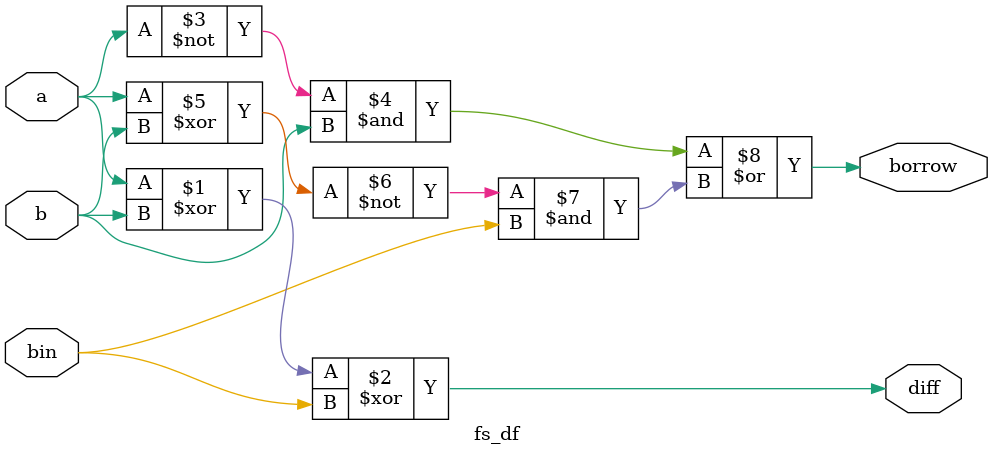
<source format=v>
`timescale 1ns / 1ps

module fs_df(
    input a,
    input b,
    input bin,
    output diff,
    output borrow
);

assign diff = a ^ b ^ bin;
assign borrow = (~a & b) | ((~(a ^ b)) & bin);

endmodule
</source>
